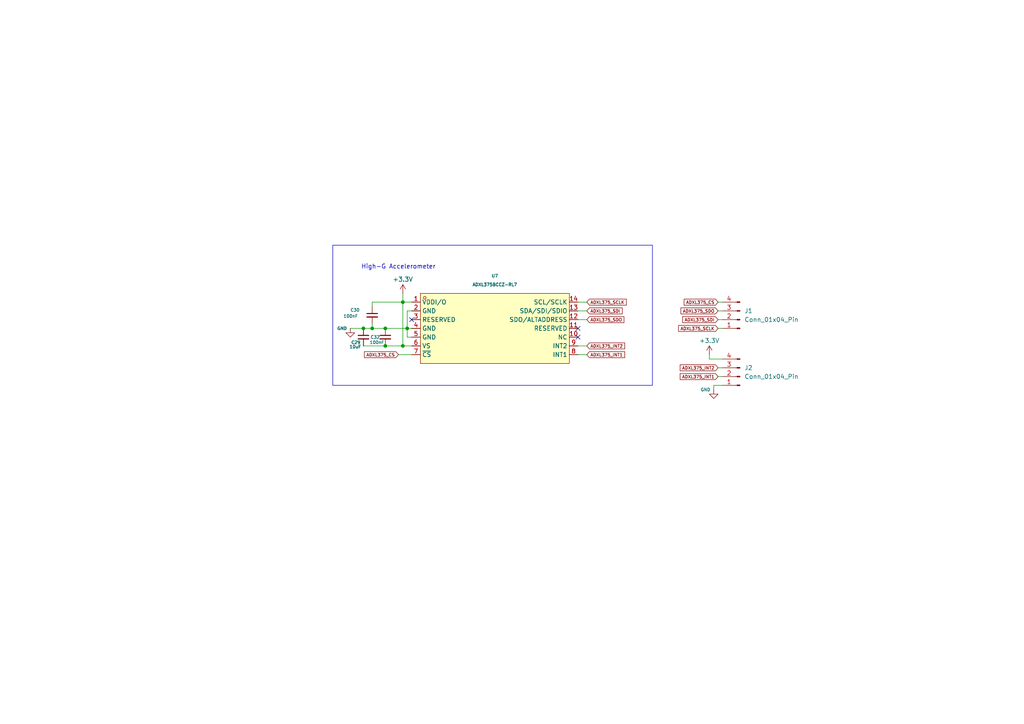
<source format=kicad_sch>
(kicad_sch (version 20250114) (generator "eeschema") (generator_version "9.0")
  (paper "A4")
  (lib_symbols
    (symbol "Connector:Conn_01x04_Pin" (pin_names (offset 1.016) (hide yes))
      (property "Reference" "J" (at 0 5.08 0))
      (property "Value" "Conn_01x04_Pin" (at 0 -7.62 0))
      (symbol "Conn_01x04_Pin_1_1"
        (rectangle (start 0.8636 2.667) (end 0 2.413) (stroke (width 0.1524)) (fill (type outline)))
        (rectangle (start 0.8636 0.127) (end 0 -0.127) (stroke (width 0.1524)) (fill (type outline)))
        (rectangle (start 0.8636 -2.413) (end 0 -2.667) (stroke (width 0.1524)) (fill (type outline)))
        (rectangle (start 0.8636 -4.953) (end 0 -5.207) (stroke (width 0.1524)) (fill (type outline)))
        (polyline (pts (xy 1.27 2.54) (xy 0.8636 2.54)) (stroke (width 0.1524)))
        (polyline (pts (xy 1.27 0) (xy 0.8636 0)) (stroke (width 0.1524)))
        (polyline (pts (xy 1.27 -2.54) (xy 0.8636 -2.54)) (stroke (width 0.1524)))
        (polyline (pts (xy 1.27 -5.08) (xy 0.8636 -5.08)) (stroke (width 0.1524)))
        (pin passive line (at 5.08 2.54 180) (length 3.81) (name "Pin_1") (number "1"))
        (pin passive line (at 5.08 0 180) (length 3.81) (name "Pin_2") (number "2"))
        (pin passive line (at 5.08 -2.54 180) (length 3.81) (name "Pin_3") (number "3"))
        (pin passive line (at 5.08 -5.08 180) (length 3.81) (name "Pin_4") (number "4"))
      )
    )
    (symbol "Device:C_Small" (pin_numbers (hide yes)) (pin_names (offset 0.254) (hide yes))
      (property "Reference" "C" (at 0.254 1.778 0))
      (property "Value" "C_Small" (at 0.254 -2.032 0))
      (symbol "C_Small_0_1"
        (polyline (pts (xy -1.524 0.508) (xy 1.524 0.508)) (stroke (width 0.3048)))
        (polyline (pts (xy -1.524 -0.508) (xy 1.524 -0.508)) (stroke (width 0.3302)))
      )
      (symbol "C_Small_1_1"
        (pin passive line (at 0 2.54 270) (length 2.032) (name "~") (number "1"))
        (pin passive line (at 0 -2.54 90) (length 2.032) (name "~") (number "2"))
      )
    )
    (symbol "EasyEDA:ADXL375BCCZ-RL7"
      (property "Reference" "U" (at 0 12.7 0))
      (property "Value" "ADXL375BCCZ-RL7" (at 0 -12.7 0))
      (symbol "ADXL375BCCZ-RL7_0_1"
        (rectangle (start -21.59 10.16) (end 21.59 -10.16) (fill (type background)))
        (circle (center -20.32 8.89) (radius 0.38))
        (pin unspecified line (at -24.13 7.62 0) (length 2.54) (name "VDDI/O") (number "1"))
        (pin unspecified line (at -24.13 5.08 0) (length 2.54) (name "GND") (number "2"))
        (pin unspecified line (at -24.13 2.54 0) (length 2.54) (name "RESERVED") (number "3"))
        (pin unspecified line (at -24.13 0 0) (length 2.54) (name "GND") (number "4"))
        (pin unspecified line (at -24.13 -2.54 0) (length 2.54) (name "GND") (number "5"))
        (pin unspecified line (at -24.13 -5.08 0) (length 2.54) (name "VS") (number "6"))
        (pin unspecified line (at -24.13 -7.62 0) (length 2.54) (name "~{CS}") (number "7"))
        (pin unspecified line (at 24.13 7.62 180) (length 2.54) (name "SCL/SCLK") (number "14"))
        (pin unspecified line (at 24.13 5.08 180) (length 2.54) (name "SDA/SDI/SDIO") (number "13"))
        (pin unspecified line (at 24.13 2.54 180) (length 2.54) (name "SDO/ALTADDRESS") (number "12"))
        (pin unspecified line (at 24.13 0 180) (length 2.54) (name "RESERVED") (number "11"))
        (pin unspecified line (at 24.13 -2.54 180) (length 2.54) (name "NC") (number "10"))
        (pin unspecified line (at 24.13 -5.08 180) (length 2.54) (name "INT2") (number "9"))
        (pin unspecified line (at 24.13 -7.62 180) (length 2.54) (name "INT1") (number "8"))
      )
    )
    (symbol "power:+3.3V" (power) (pin_numbers (hide yes)) (pin_names (offset 0) (hide yes))
      (property "Value" "+3.3V" (at 0 3.556 0))
      (symbol "+3.3V_0_1"
        (polyline (pts (xy -0.762 1.27) (xy 0 2.54)))
        (polyline (pts (xy 0 2.54) (xy 0.762 1.27)))
        (polyline (pts (xy 0 0) (xy 0 2.54)))
      )
      (symbol "+3.3V_1_1"
        (pin power_in line (at 0 0 90) (length 0) (name "~") (number "1"))
      )
    )
    (symbol "power:GND" (power) (pin_numbers (hide yes)) (pin_names (offset 0) (hide yes))
      (property "Value" "GND" (at 0 -3.81 0))
      (symbol "GND_0_1"
        (polyline (pts (xy 0 0) (xy 0 -1.27) (xy 1.27 -1.27) (xy 0 -2.54) (xy -1.27 -1.27) (xy 0 -1.27)))
      )
      (symbol "GND_1_1"
        (pin power_in line (at 0 0 270) (length 0) (name "~") (number "1"))
      )
    )
  )
  (rectangle (start 96.52 71.12) (end 189.23 111.76))
  (text "High-G Accelerometer" (at 115.57 77.47 0) (effects (font (size 1.27 1.27))))
  (junction (at 111.76 95.25))
  (junction (at 116.84 87.63))
  (junction (at 118.11 95.25))
  (junction (at 107.95 95.25))
  (junction (at 116.84 100.33))
  (junction (at 105.41 95.25))
  (junction (at 111.76 100.33))
  (no_connect (at 167.64 97.79))
  (no_connect (at 167.64 95.25))
  (no_connect (at 119.38 92.71))
  (wire (pts (xy 208.28 87.63) (xy 209.55 87.63)))
  (wire (pts (xy 167.64 90.17) (xy 170.18 90.17)))
  (wire (pts (xy 205.74 102.87) (xy 205.74 104.14)))
  (wire (pts (xy 207.01 111.76) (xy 209.55 111.76)))
  (wire (pts (xy 115.57 102.87) (xy 119.38 102.87)))
  (wire (pts (xy 208.28 92.71) (xy 209.55 92.71)))
  (wire (pts (xy 208.28 95.25) (xy 209.55 95.25)))
  (wire (pts (xy 207.01 113.03) (xy 207.01 111.76)))
  (wire (pts (xy 208.28 90.17) (xy 209.55 90.17)))
  (wire (pts (xy 105.41 100.33) (xy 111.76 100.33)))
  (wire (pts (xy 107.95 95.25) (xy 111.76 95.25)))
  (wire (pts (xy 111.76 100.33) (xy 116.84 100.33)))
  (wire (pts (xy 119.38 90.17) (xy 118.11 90.17)))
  (wire (pts (xy 167.64 102.87) (xy 170.18 102.87)))
  (wire (pts (xy 116.84 100.33) (xy 119.38 100.33)))
  (wire (pts (xy 167.64 87.63) (xy 170.18 87.63)))
  (wire (pts (xy 118.11 97.79) (xy 119.38 97.79)))
  (wire (pts (xy 208.28 106.68) (xy 209.55 106.68)))
  (wire (pts (xy 205.74 104.14) (xy 209.55 104.14)))
  (wire (pts (xy 118.11 95.25) (xy 119.38 95.25)))
  (wire (pts (xy 167.64 92.71) (xy 170.18 92.71)))
  (wire (pts (xy 118.11 95.25) (xy 118.11 97.79)))
  (wire (pts (xy 107.95 93.98) (xy 107.95 95.25)))
  (wire (pts (xy 119.38 87.63) (xy 116.84 87.63)))
  (wire (pts (xy 167.64 100.33) (xy 170.18 100.33)))
  (wire (pts (xy 208.28 109.22) (xy 209.55 109.22)))
  (wire (pts (xy 116.84 87.63) (xy 107.95 87.63)))
  (wire (pts (xy 116.84 87.63) (xy 116.84 100.33)))
  (wire (pts (xy 111.76 95.25) (xy 118.11 95.25)))
  (wire (pts (xy 107.95 87.63) (xy 107.95 88.9)))
  (wire (pts (xy 101.6 95.25) (xy 105.41 95.25)))
  (wire (pts (xy 105.41 95.25) (xy 107.95 95.25)))
  (wire (pts (xy 118.11 90.17) (xy 118.11 95.25)))
  (wire (pts (xy 116.84 85.09) (xy 116.84 87.63)))
  (global_label "ADXL375_SDO" (shape input) (at 208.28 90.17 180) (effects (font (size 0.889 0.889))) (property "Intersheetrefs" "${INTERSHEET_REFS}" (effects (hide yes))))
  (global_label "ADXL375_SDO" (shape input) (at 170.18 92.71 0) (effects (font (size 0.889 0.889))) (property "Intersheetrefs" "${INTERSHEET_REFS}" (effects (hide yes))))
  (global_label "ADXL375_INT1" (shape input) (at 170.18 102.87 0) (effects (font (size 0.889 0.889))) (property "Intersheetrefs" "${INTERSHEET_REFS}" (effects (hide yes))))
  (global_label "ADXL375_SCLK" (shape input) (at 208.28 95.25 180) (effects (font (size 0.889 0.889))) (property "Intersheetrefs" "${INTERSHEET_REFS}" (effects (hide yes))))
  (global_label "ADXL375_CS" (shape input) (at 115.57 102.87 180) (effects (font (size 0.889 0.889))) (property "Intersheetrefs" "${INTERSHEET_REFS}" (effects (hide yes))))
  (global_label "ADXL375_INT2" (shape input) (at 170.18 100.33 0) (effects (font (size 0.889 0.889))) (property "Intersheetrefs" "${INTERSHEET_REFS}" (effects (hide yes))))
  (global_label "ADXL375_INT2" (shape input) (at 208.28 106.68 180) (effects (font (size 0.889 0.889))) (property "Intersheetrefs" "${INTERSHEET_REFS}" (effects (hide yes))))
  (global_label "ADXL375_INT1" (shape input) (at 208.28 109.22 180) (effects (font (size 0.889 0.889))) (property "Intersheetrefs" "${INTERSHEET_REFS}" (effects (hide yes))))
  (global_label "ADXL375_CS" (shape input) (at 208.28 87.63 180) (effects (font (size 0.889 0.889))) (property "Intersheetrefs" "${INTERSHEET_REFS}" (effects (hide yes))))
  (global_label "ADXL375_SDI" (shape input) (at 208.28 92.71 180) (effects (font (size 0.889 0.889))) (property "Intersheetrefs" "${INTERSHEET_REFS}" (effects (hide yes))))
  (global_label "ADXL375_SDI" (shape input) (at 170.18 90.17 0) (effects (font (size 0.889 0.889))) (property "Intersheetrefs" "${INTERSHEET_REFS}" (effects (hide yes))))
  (global_label "ADXL375_SCLK" (shape input) (at 170.18 87.63 0) (effects (font (size 0.889 0.889))) (property "Intersheetrefs" "${INTERSHEET_REFS}" (effects (hide yes))))
  (symbol (lib_id "Connector:Conn_01x04_Pin") (at 214.63 109.22 180) (unit 1)
    (property "Reference" "J2" (at 215.9 106.6799 0) (effects (justify right)))
    (property "Value" "Conn_01x04_Pin" (at 215.9 109.2199 0) (effects (justify right)))
    (property "Footprint" "Connector_PinHeader_2.54mm:PinHeader_1x04_P2.54mm_Vertical" (effects (hide yes)))
    (property "Description" "Generic connector, single row, 01x04, script generated" (effects (hide yes)))
  )
  (symbol (lib_id "Device:C_Small") (at 105.41 97.79 0) (unit 1)
    (property "Reference" "C29" (at 101.854 99.314 0) (effects (font (size 0.889 0.889)) (justify left)))
    (property "Value" "10uF" (at 101.346 100.584 0) (effects (font (size 0.889 0.889)) (justify left)))
    (property "Footprint" "Capacitor_SMD:C_0805_2012Metric" (effects (hide yes)))
    (property "Description" "Unpolarized capacitor, small symbol" (effects (hide yes)))
  )
  (symbol (lib_id "Device:C_Small") (at 107.95 91.44 0) (unit 1)
    (property "Reference" "C30" (at 101.6 89.916 0) (effects (font (size 0.889 0.889)) (justify left)))
    (property "Value" "100nF" (at 99.568 91.694 0) (effects (font (size 0.889 0.889)) (justify left)))
    (property "Footprint" "Capacitor_SMD:C_0805_2012Metric" (effects (hide yes)))
    (property "Description" "Unpolarized capacitor, small symbol" (effects (hide yes)))
  )
  (symbol (lib_id "Connector:Conn_01x04_Pin") (at 214.63 92.71 180) (unit 1)
    (property "Reference" "J1" (at 215.9 90.1699 0) (effects (justify right)))
    (property "Value" "Conn_01x04_Pin" (at 215.9 92.7099 0) (effects (justify right)))
    (property "Footprint" "Connector_PinHeader_2.54mm:PinHeader_1x04_P2.54mm_Vertical" (effects (hide yes)))
    (property "Description" "Generic connector, single row, 01x04, script generated" (effects (hide yes)))
  )
  (symbol (lib_id "power:GND") (at 207.01 113.03 0) (unit 1)
    (property "Reference" "#PWR046" (effects (hide yes)))
    (property "Value" "GND" (at 203.2 113.03 0) (effects (font (size 0.889 0.889)) (justify left)))
    (property "Description" "Power symbol creates a global label with name \"GND\" , ground" (effects (hide yes)))
  )
  (symbol (lib_id "EasyEDA:ADXL375BCCZ-RL7") (at 143.51 95.25 0) (unit 1)
    (property "Reference" "U7" (at 143.51 80.01 0) (effects (font (size 0.889 0.889))))
    (property "Value" "ADXL375BCCZ-RL7" (at 143.51 82.55 0) (effects (font (size 0.889 0.889))))
    (property "Footprint" "EasyEDA:LGA-14_L5.0-W3.0-P0.80-BL" (effects (hide yes)))
    (property "Datasheet" "https://lcsc.com/product-detail/New-Arrivals_Analog-Devices-ADI-ADXL375BCCZ-RL7_C481898.html" (effects (hide yes)))
    (property "LCSC Part" "C481898 " (effects (hide yes)))
  )
  (symbol (lib_id "power:+3.3V") (at 116.84 85.09 0) (unit 1)
    (property "Reference" "#PWR0119" (effects (hide yes)))
    (property "Value" "+3.3V" (at 116.84 81.026 0))
    (property "Description" "Power symbol creates a global label with name \"+3.3V\"" (effects (hide yes)))
  )
  (symbol (lib_id "Device:C_Small") (at 111.76 97.79 0) (unit 1)
    (property "Reference" "C32" (at 107.442 97.79 0) (effects (font (size 0.889 0.889)) (justify left)))
    (property "Value" "100nF" (at 107.188 99.314 0) (effects (font (size 0.889 0.889)) (justify left)))
    (property "Footprint" "Capacitor_SMD:C_0805_2012Metric" (effects (hide yes)))
    (property "Description" "Unpolarized capacitor, small symbol" (effects (hide yes)))
  )
  (symbol (lib_id "power:GND") (at 101.6 95.25 0) (unit 1)
    (property "Reference" "#PWR045" (effects (hide yes)))
    (property "Value" "GND" (at 97.79 95.25 0) (effects (font (size 0.889 0.889)) (justify left)))
    (property "Description" "Power symbol creates a global label with name \"GND\" , ground" (effects (hide yes)))
  )
  (symbol (lib_id "power:+3.3V") (at 205.74 102.87 0) (unit 1)
    (property "Reference" "#PWR0120" (effects (hide yes)))
    (property "Value" "+3.3V" (at 205.74 98.806 0))
    (property "Description" "Power symbol creates a global label with name \"+3.3V\"" (effects (hide yes)))
  )
)
</source>
